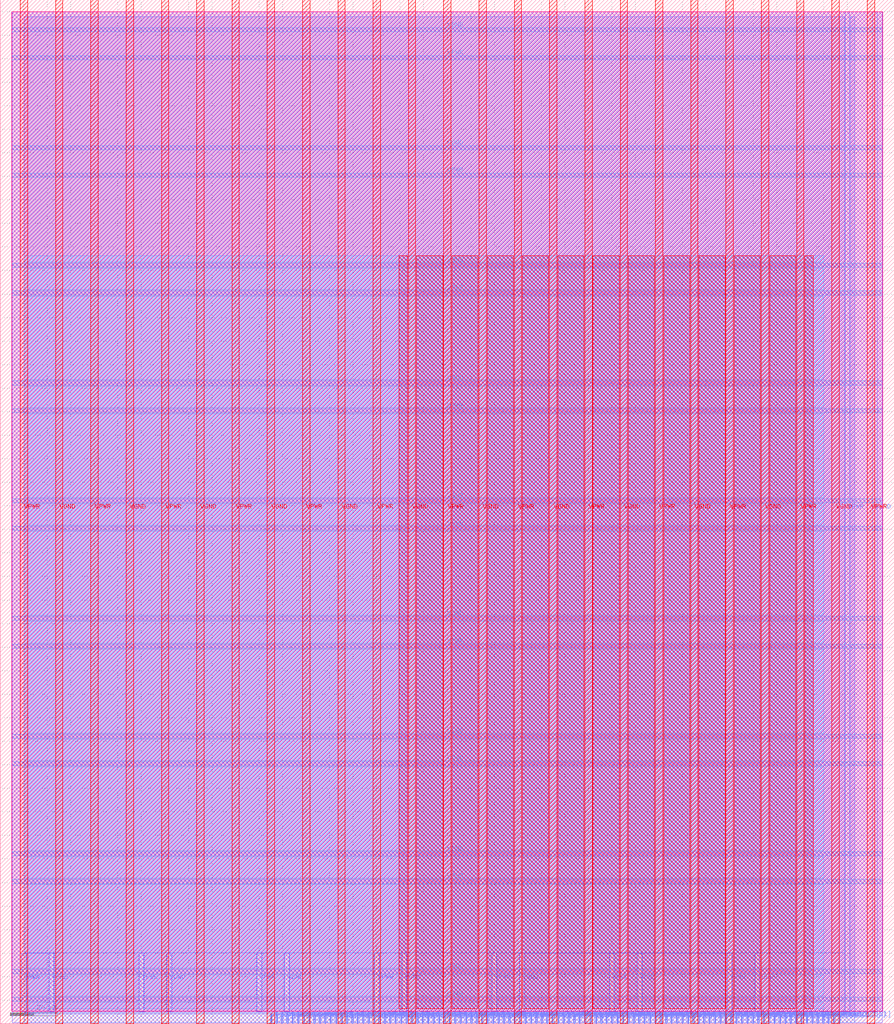
<source format=lef>
VERSION 5.7 ;
  NOWIREEXTENSIONATPIN ON ;
  DIVIDERCHAR "/" ;
  BUSBITCHARS "[]" ;
MACRO CF_SRAM_1024x32_wb_wrapper
  CLASS BLOCK ;
  FOREIGN CF_SRAM_1024x32_wb_wrapper ;
  ORIGIN 0.000 0.000 ;
  SIZE 380.000 BY 435.000 ;
  PIN VGND
    DIRECTION INOUT ;
    USE GROUND ;
    PORT
      LAYER met2 ;
        RECT 20.940 5.200 22.700 29.860 ;
    END
    PORT
      LAYER met2 ;
        RECT 70.940 5.200 72.700 29.860 ;
    END
    PORT
      LAYER met2 ;
        RECT 120.940 5.200 122.700 29.860 ;
    END
    PORT
      LAYER met2 ;
        RECT 170.940 5.200 172.700 29.860 ;
    END
    PORT
      LAYER met2 ;
        RECT 220.940 5.200 222.700 29.860 ;
    END
    PORT
      LAYER met2 ;
        RECT 270.940 5.200 272.700 29.720 ;
    END
    PORT
      LAYER met2 ;
        RECT 320.940 5.200 322.700 29.860 ;
    END
    PORT
      LAYER met2 ;
        RECT 370.940 5.200 372.700 430.000 ;
    END
    PORT
      LAYER met3 ;
        RECT 4.820 21.320 375.140 23.080 ;
    END
    PORT
      LAYER met3 ;
        RECT 4.820 71.320 375.140 73.080 ;
    END
    PORT
      LAYER met3 ;
        RECT 4.820 121.320 375.140 123.080 ;
    END
    PORT
      LAYER met3 ;
        RECT 4.820 171.320 375.140 173.080 ;
    END
    PORT
      LAYER met3 ;
        RECT 4.820 221.320 375.140 223.080 ;
    END
    PORT
      LAYER met3 ;
        RECT 4.820 271.320 375.140 273.080 ;
    END
    PORT
      LAYER met3 ;
        RECT 4.820 321.320 375.140 323.080 ;
    END
    PORT
      LAYER met3 ;
        RECT 4.820 371.320 375.140 373.080 ;
    END
    PORT
      LAYER met3 ;
        RECT 4.820 421.320 375.140 423.080 ;
    END
    PORT
      LAYER met4 ;
        RECT 23.510 0.000 26.610 435.000 ;
    END
    PORT
      LAYER met4 ;
        RECT 53.510 0.000 56.610 435.000 ;
    END
    PORT
      LAYER met4 ;
        RECT 83.510 0.000 86.610 435.000 ;
    END
    PORT
      LAYER met4 ;
        RECT 113.510 0.000 116.610 435.000 ;
    END
    PORT
      LAYER met4 ;
        RECT 143.510 0.000 146.610 435.000 ;
    END
    PORT
      LAYER met4 ;
        RECT 173.510 0.000 176.610 435.000 ;
    END
    PORT
      LAYER met4 ;
        RECT 203.510 0.000 206.610 435.000 ;
    END
    PORT
      LAYER met4 ;
        RECT 233.510 0.000 236.610 435.000 ;
    END
    PORT
      LAYER met4 ;
        RECT 263.510 0.000 266.610 435.000 ;
    END
    PORT
      LAYER met4 ;
        RECT 293.510 0.000 296.610 435.000 ;
    END
    PORT
      LAYER met4 ;
        RECT 323.510 0.000 326.610 435.000 ;
    END
    PORT
      LAYER met4 ;
        RECT 353.510 0.000 356.610 435.000 ;
    END
  END VGND
  PIN VPWR
    DIRECTION INOUT ;
    USE POWER ;
    PORT
      LAYER met2 ;
        RECT 9.180 5.200 10.940 29.720 ;
    END
    PORT
      LAYER met2 ;
        RECT 59.180 5.200 60.940 29.860 ;
    END
    PORT
      LAYER met2 ;
        RECT 109.180 5.200 110.940 29.860 ;
    END
    PORT
      LAYER met2 ;
        RECT 159.180 5.200 160.940 29.860 ;
    END
    PORT
      LAYER met2 ;
        RECT 209.180 5.200 210.940 29.860 ;
    END
    PORT
      LAYER met2 ;
        RECT 259.180 5.200 260.940 29.720 ;
    END
    PORT
      LAYER met2 ;
        RECT 309.180 5.200 310.940 29.860 ;
    END
    PORT
      LAYER met2 ;
        RECT 359.180 5.200 360.940 430.000 ;
    END
    PORT
      LAYER met3 ;
        RECT 4.820 9.560 375.140 11.320 ;
    END
    PORT
      LAYER met3 ;
        RECT 4.820 59.560 375.140 61.320 ;
    END
    PORT
      LAYER met3 ;
        RECT 4.820 109.560 375.140 111.320 ;
    END
    PORT
      LAYER met3 ;
        RECT 4.820 159.560 375.140 161.320 ;
    END
    PORT
      LAYER met3 ;
        RECT 4.820 209.560 375.140 211.320 ;
    END
    PORT
      LAYER met3 ;
        RECT 4.820 259.560 375.140 261.320 ;
    END
    PORT
      LAYER met3 ;
        RECT 4.820 309.560 375.140 311.320 ;
    END
    PORT
      LAYER met3 ;
        RECT 4.820 359.560 375.140 361.320 ;
    END
    PORT
      LAYER met3 ;
        RECT 4.820 409.560 375.140 411.320 ;
    END
    PORT
      LAYER met4 ;
        RECT 8.510 0.000 11.610 435.000 ;
    END
    PORT
      LAYER met4 ;
        RECT 38.510 0.000 41.610 435.000 ;
    END
    PORT
      LAYER met4 ;
        RECT 68.510 0.000 71.610 435.000 ;
    END
    PORT
      LAYER met4 ;
        RECT 98.510 0.000 101.610 435.000 ;
    END
    PORT
      LAYER met4 ;
        RECT 128.510 0.000 131.610 435.000 ;
    END
    PORT
      LAYER met4 ;
        RECT 158.510 0.000 161.610 435.000 ;
    END
    PORT
      LAYER met4 ;
        RECT 188.510 0.000 191.610 435.000 ;
    END
    PORT
      LAYER met4 ;
        RECT 218.510 0.000 221.610 435.000 ;
    END
    PORT
      LAYER met4 ;
        RECT 248.510 0.000 251.610 435.000 ;
    END
    PORT
      LAYER met4 ;
        RECT 278.510 0.000 281.610 435.000 ;
    END
    PORT
      LAYER met4 ;
        RECT 308.510 0.000 311.610 435.000 ;
    END
    PORT
      LAYER met4 ;
        RECT 338.510 0.000 341.610 435.000 ;
    END
    PORT
      LAYER met4 ;
        RECT 368.510 0.000 371.610 435.000 ;
    END
  END VPWR
  PIN wb_clk_i
    DIRECTION INPUT ;
    USE SIGNAL ;
    ANTENNAGATEAREA 0.852000 ;
    PORT
      LAYER met2 ;
        RECT 115.090 0.000 115.370 4.000 ;
    END
  END wb_clk_i
  PIN wb_rst_i
    DIRECTION INPUT ;
    USE SIGNAL ;
    ANTENNAGATEAREA 0.196500 ;
    PORT
      LAYER met2 ;
        RECT 117.390 0.000 117.670 4.000 ;
    END
  END wb_rst_i
  PIN wbs_ack_o
    DIRECTION OUTPUT ;
    USE SIGNAL ;
    ANTENNADIFFAREA 2.673000 ;
    PORT
      LAYER met2 ;
        RECT 119.690 0.000 119.970 4.000 ;
    END
  END wbs_ack_o
  PIN wbs_adr_i[0]
    DIRECTION INPUT ;
    USE SIGNAL ;
    PORT
      LAYER met2 ;
        RECT 128.890 0.000 129.170 4.000 ;
    END
  END wbs_adr_i[0]
  PIN wbs_adr_i[10]
    DIRECTION INPUT ;
    USE SIGNAL ;
    ANTENNAGATEAREA 0.126000 ;
    PORT
      LAYER met2 ;
        RECT 207.090 0.000 207.370 4.000 ;
    END
  END wbs_adr_i[10]
  PIN wbs_adr_i[11]
    DIRECTION INPUT ;
    USE SIGNAL ;
    ANTENNAGATEAREA 0.126000 ;
    PORT
      LAYER met2 ;
        RECT 213.990 0.000 214.270 4.000 ;
    END
  END wbs_adr_i[11]
  PIN wbs_adr_i[12]
    DIRECTION INPUT ;
    USE SIGNAL ;
    PORT
      LAYER met2 ;
        RECT 220.890 0.000 221.170 4.000 ;
    END
  END wbs_adr_i[12]
  PIN wbs_adr_i[13]
    DIRECTION INPUT ;
    USE SIGNAL ;
    PORT
      LAYER met2 ;
        RECT 227.790 0.000 228.070 4.000 ;
    END
  END wbs_adr_i[13]
  PIN wbs_adr_i[14]
    DIRECTION INPUT ;
    USE SIGNAL ;
    PORT
      LAYER met2 ;
        RECT 234.690 0.000 234.970 4.000 ;
    END
  END wbs_adr_i[14]
  PIN wbs_adr_i[15]
    DIRECTION INPUT ;
    USE SIGNAL ;
    PORT
      LAYER met2 ;
        RECT 241.590 0.000 241.870 4.000 ;
    END
  END wbs_adr_i[15]
  PIN wbs_adr_i[16]
    DIRECTION INPUT ;
    USE SIGNAL ;
    PORT
      LAYER met2 ;
        RECT 248.490 0.000 248.770 4.000 ;
    END
  END wbs_adr_i[16]
  PIN wbs_adr_i[17]
    DIRECTION INPUT ;
    USE SIGNAL ;
    PORT
      LAYER met2 ;
        RECT 255.390 0.000 255.670 4.000 ;
    END
  END wbs_adr_i[17]
  PIN wbs_adr_i[18]
    DIRECTION INPUT ;
    USE SIGNAL ;
    PORT
      LAYER met2 ;
        RECT 262.290 0.000 262.570 4.000 ;
    END
  END wbs_adr_i[18]
  PIN wbs_adr_i[19]
    DIRECTION INPUT ;
    USE SIGNAL ;
    PORT
      LAYER met2 ;
        RECT 269.190 0.000 269.470 4.000 ;
    END
  END wbs_adr_i[19]
  PIN wbs_adr_i[1]
    DIRECTION INPUT ;
    USE SIGNAL ;
    PORT
      LAYER met2 ;
        RECT 138.090 0.000 138.370 4.000 ;
    END
  END wbs_adr_i[1]
  PIN wbs_adr_i[20]
    DIRECTION INPUT ;
    USE SIGNAL ;
    PORT
      LAYER met2 ;
        RECT 276.090 0.000 276.370 4.000 ;
    END
  END wbs_adr_i[20]
  PIN wbs_adr_i[21]
    DIRECTION INPUT ;
    USE SIGNAL ;
    PORT
      LAYER met2 ;
        RECT 282.990 0.000 283.270 4.000 ;
    END
  END wbs_adr_i[21]
  PIN wbs_adr_i[22]
    DIRECTION INPUT ;
    USE SIGNAL ;
    PORT
      LAYER met2 ;
        RECT 289.890 0.000 290.170 4.000 ;
    END
  END wbs_adr_i[22]
  PIN wbs_adr_i[23]
    DIRECTION INPUT ;
    USE SIGNAL ;
    PORT
      LAYER met2 ;
        RECT 296.790 0.000 297.070 4.000 ;
    END
  END wbs_adr_i[23]
  PIN wbs_adr_i[24]
    DIRECTION INPUT ;
    USE SIGNAL ;
    PORT
      LAYER met2 ;
        RECT 303.690 0.000 303.970 4.000 ;
    END
  END wbs_adr_i[24]
  PIN wbs_adr_i[25]
    DIRECTION INPUT ;
    USE SIGNAL ;
    PORT
      LAYER met2 ;
        RECT 310.590 0.000 310.870 4.000 ;
    END
  END wbs_adr_i[25]
  PIN wbs_adr_i[26]
    DIRECTION INPUT ;
    USE SIGNAL ;
    PORT
      LAYER met2 ;
        RECT 317.490 0.000 317.770 4.000 ;
    END
  END wbs_adr_i[26]
  PIN wbs_adr_i[27]
    DIRECTION INPUT ;
    USE SIGNAL ;
    PORT
      LAYER met2 ;
        RECT 324.390 0.000 324.670 4.000 ;
    END
  END wbs_adr_i[27]
  PIN wbs_adr_i[28]
    DIRECTION INPUT ;
    USE SIGNAL ;
    PORT
      LAYER met2 ;
        RECT 331.290 0.000 331.570 4.000 ;
    END
  END wbs_adr_i[28]
  PIN wbs_adr_i[29]
    DIRECTION INPUT ;
    USE SIGNAL ;
    PORT
      LAYER met2 ;
        RECT 338.190 0.000 338.470 4.000 ;
    END
  END wbs_adr_i[29]
  PIN wbs_adr_i[2]
    DIRECTION INPUT ;
    USE SIGNAL ;
    ANTENNAGATEAREA 0.126000 ;
    PORT
      LAYER met2 ;
        RECT 147.290 0.000 147.570 4.000 ;
    END
  END wbs_adr_i[2]
  PIN wbs_adr_i[30]
    DIRECTION INPUT ;
    USE SIGNAL ;
    PORT
      LAYER met2 ;
        RECT 345.090 0.000 345.370 4.000 ;
    END
  END wbs_adr_i[30]
  PIN wbs_adr_i[31]
    DIRECTION INPUT ;
    USE SIGNAL ;
    PORT
      LAYER met2 ;
        RECT 351.990 0.000 352.270 4.000 ;
    END
  END wbs_adr_i[31]
  PIN wbs_adr_i[3]
    DIRECTION INPUT ;
    USE SIGNAL ;
    ANTENNAGATEAREA 0.126000 ;
    PORT
      LAYER met2 ;
        RECT 156.490 0.000 156.770 4.000 ;
    END
  END wbs_adr_i[3]
  PIN wbs_adr_i[4]
    DIRECTION INPUT ;
    USE SIGNAL ;
    ANTENNAGATEAREA 0.126000 ;
    PORT
      LAYER met2 ;
        RECT 165.690 0.000 165.970 4.000 ;
    END
  END wbs_adr_i[4]
  PIN wbs_adr_i[5]
    DIRECTION INPUT ;
    USE SIGNAL ;
    ANTENNAGATEAREA 0.126000 ;
    PORT
      LAYER met2 ;
        RECT 172.590 0.000 172.870 4.000 ;
    END
  END wbs_adr_i[5]
  PIN wbs_adr_i[6]
    DIRECTION INPUT ;
    USE SIGNAL ;
    ANTENNAGATEAREA 0.126000 ;
    PORT
      LAYER met2 ;
        RECT 179.490 0.000 179.770 4.000 ;
    END
  END wbs_adr_i[6]
  PIN wbs_adr_i[7]
    DIRECTION INPUT ;
    USE SIGNAL ;
    ANTENNAGATEAREA 0.126000 ;
    PORT
      LAYER met2 ;
        RECT 186.390 0.000 186.670 4.000 ;
    END
  END wbs_adr_i[7]
  PIN wbs_adr_i[8]
    DIRECTION INPUT ;
    USE SIGNAL ;
    ANTENNAGATEAREA 0.126000 ;
    PORT
      LAYER met2 ;
        RECT 193.290 0.000 193.570 4.000 ;
    END
  END wbs_adr_i[8]
  PIN wbs_adr_i[9]
    DIRECTION INPUT ;
    USE SIGNAL ;
    ANTENNAGATEAREA 0.126000 ;
    PORT
      LAYER met2 ;
        RECT 200.190 0.000 200.470 4.000 ;
    END
  END wbs_adr_i[9]
  PIN wbs_cyc_i
    DIRECTION INPUT ;
    USE SIGNAL ;
    ANTENNAGATEAREA 0.159000 ;
    PORT
      LAYER met2 ;
        RECT 121.990 0.000 122.270 4.000 ;
    END
  END wbs_cyc_i
  PIN wbs_dat_i[0]
    DIRECTION INPUT ;
    USE SIGNAL ;
    ANTENNAGATEAREA 0.126000 ;
    PORT
      LAYER met2 ;
        RECT 131.190 0.000 131.470 4.000 ;
    END
  END wbs_dat_i[0]
  PIN wbs_dat_i[10]
    DIRECTION INPUT ;
    USE SIGNAL ;
    ANTENNAGATEAREA 0.126000 ;
    PORT
      LAYER met2 ;
        RECT 209.390 0.000 209.670 4.000 ;
    END
  END wbs_dat_i[10]
  PIN wbs_dat_i[11]
    DIRECTION INPUT ;
    USE SIGNAL ;
    ANTENNAGATEAREA 0.126000 ;
    PORT
      LAYER met2 ;
        RECT 216.290 0.000 216.570 4.000 ;
    END
  END wbs_dat_i[11]
  PIN wbs_dat_i[12]
    DIRECTION INPUT ;
    USE SIGNAL ;
    ANTENNAGATEAREA 0.126000 ;
    PORT
      LAYER met2 ;
        RECT 223.190 0.000 223.470 4.000 ;
    END
  END wbs_dat_i[12]
  PIN wbs_dat_i[13]
    DIRECTION INPUT ;
    USE SIGNAL ;
    ANTENNAGATEAREA 0.126000 ;
    PORT
      LAYER met2 ;
        RECT 230.090 0.000 230.370 4.000 ;
    END
  END wbs_dat_i[13]
  PIN wbs_dat_i[14]
    DIRECTION INPUT ;
    USE SIGNAL ;
    ANTENNAGATEAREA 0.126000 ;
    PORT
      LAYER met2 ;
        RECT 236.990 0.000 237.270 4.000 ;
    END
  END wbs_dat_i[14]
  PIN wbs_dat_i[15]
    DIRECTION INPUT ;
    USE SIGNAL ;
    ANTENNAGATEAREA 0.126000 ;
    PORT
      LAYER met2 ;
        RECT 243.890 0.000 244.170 4.000 ;
    END
  END wbs_dat_i[15]
  PIN wbs_dat_i[16]
    DIRECTION INPUT ;
    USE SIGNAL ;
    ANTENNAGATEAREA 0.126000 ;
    PORT
      LAYER met2 ;
        RECT 250.790 0.000 251.070 4.000 ;
    END
  END wbs_dat_i[16]
  PIN wbs_dat_i[17]
    DIRECTION INPUT ;
    USE SIGNAL ;
    ANTENNAGATEAREA 0.126000 ;
    PORT
      LAYER met2 ;
        RECT 257.690 0.000 257.970 4.000 ;
    END
  END wbs_dat_i[17]
  PIN wbs_dat_i[18]
    DIRECTION INPUT ;
    USE SIGNAL ;
    ANTENNAGATEAREA 0.126000 ;
    PORT
      LAYER met2 ;
        RECT 264.590 0.000 264.870 4.000 ;
    END
  END wbs_dat_i[18]
  PIN wbs_dat_i[19]
    DIRECTION INPUT ;
    USE SIGNAL ;
    ANTENNAGATEAREA 0.126000 ;
    PORT
      LAYER met2 ;
        RECT 271.490 0.000 271.770 4.000 ;
    END
  END wbs_dat_i[19]
  PIN wbs_dat_i[1]
    DIRECTION INPUT ;
    USE SIGNAL ;
    ANTENNAGATEAREA 0.126000 ;
    PORT
      LAYER met2 ;
        RECT 140.390 0.000 140.670 4.000 ;
    END
  END wbs_dat_i[1]
  PIN wbs_dat_i[20]
    DIRECTION INPUT ;
    USE SIGNAL ;
    ANTENNAGATEAREA 0.126000 ;
    PORT
      LAYER met2 ;
        RECT 278.390 0.000 278.670 4.000 ;
    END
  END wbs_dat_i[20]
  PIN wbs_dat_i[21]
    DIRECTION INPUT ;
    USE SIGNAL ;
    ANTENNAGATEAREA 0.126000 ;
    PORT
      LAYER met2 ;
        RECT 285.290 0.000 285.570 4.000 ;
    END
  END wbs_dat_i[21]
  PIN wbs_dat_i[22]
    DIRECTION INPUT ;
    USE SIGNAL ;
    ANTENNAGATEAREA 0.126000 ;
    PORT
      LAYER met2 ;
        RECT 292.190 0.000 292.470 4.000 ;
    END
  END wbs_dat_i[22]
  PIN wbs_dat_i[23]
    DIRECTION INPUT ;
    USE SIGNAL ;
    ANTENNAGATEAREA 0.126000 ;
    PORT
      LAYER met2 ;
        RECT 299.090 0.000 299.370 4.000 ;
    END
  END wbs_dat_i[23]
  PIN wbs_dat_i[24]
    DIRECTION INPUT ;
    USE SIGNAL ;
    ANTENNAGATEAREA 0.126000 ;
    PORT
      LAYER met2 ;
        RECT 305.990 0.000 306.270 4.000 ;
    END
  END wbs_dat_i[24]
  PIN wbs_dat_i[25]
    DIRECTION INPUT ;
    USE SIGNAL ;
    ANTENNAGATEAREA 0.126000 ;
    PORT
      LAYER met2 ;
        RECT 312.890 0.000 313.170 4.000 ;
    END
  END wbs_dat_i[25]
  PIN wbs_dat_i[26]
    DIRECTION INPUT ;
    USE SIGNAL ;
    ANTENNAGATEAREA 0.126000 ;
    PORT
      LAYER met2 ;
        RECT 319.790 0.000 320.070 4.000 ;
    END
  END wbs_dat_i[26]
  PIN wbs_dat_i[27]
    DIRECTION INPUT ;
    USE SIGNAL ;
    ANTENNAGATEAREA 0.126000 ;
    PORT
      LAYER met2 ;
        RECT 326.690 0.000 326.970 4.000 ;
    END
  END wbs_dat_i[27]
  PIN wbs_dat_i[28]
    DIRECTION INPUT ;
    USE SIGNAL ;
    ANTENNAGATEAREA 0.126000 ;
    PORT
      LAYER met2 ;
        RECT 333.590 0.000 333.870 4.000 ;
    END
  END wbs_dat_i[28]
  PIN wbs_dat_i[29]
    DIRECTION INPUT ;
    USE SIGNAL ;
    ANTENNAGATEAREA 0.126000 ;
    PORT
      LAYER met2 ;
        RECT 340.490 0.000 340.770 4.000 ;
    END
  END wbs_dat_i[29]
  PIN wbs_dat_i[2]
    DIRECTION INPUT ;
    USE SIGNAL ;
    ANTENNAGATEAREA 0.126000 ;
    PORT
      LAYER met2 ;
        RECT 149.590 0.000 149.870 4.000 ;
    END
  END wbs_dat_i[2]
  PIN wbs_dat_i[30]
    DIRECTION INPUT ;
    USE SIGNAL ;
    ANTENNAGATEAREA 0.126000 ;
    PORT
      LAYER met2 ;
        RECT 347.390 0.000 347.670 4.000 ;
    END
  END wbs_dat_i[30]
  PIN wbs_dat_i[31]
    DIRECTION INPUT ;
    USE SIGNAL ;
    ANTENNAGATEAREA 0.126000 ;
    PORT
      LAYER met2 ;
        RECT 354.290 0.000 354.570 4.000 ;
    END
  END wbs_dat_i[31]
  PIN wbs_dat_i[3]
    DIRECTION INPUT ;
    USE SIGNAL ;
    ANTENNAGATEAREA 0.126000 ;
    PORT
      LAYER met2 ;
        RECT 158.790 0.000 159.070 4.000 ;
    END
  END wbs_dat_i[3]
  PIN wbs_dat_i[4]
    DIRECTION INPUT ;
    USE SIGNAL ;
    ANTENNAGATEAREA 0.126000 ;
    PORT
      LAYER met2 ;
        RECT 167.990 0.000 168.270 4.000 ;
    END
  END wbs_dat_i[4]
  PIN wbs_dat_i[5]
    DIRECTION INPUT ;
    USE SIGNAL ;
    ANTENNAGATEAREA 0.126000 ;
    PORT
      LAYER met2 ;
        RECT 174.890 0.000 175.170 4.000 ;
    END
  END wbs_dat_i[5]
  PIN wbs_dat_i[6]
    DIRECTION INPUT ;
    USE SIGNAL ;
    ANTENNAGATEAREA 0.126000 ;
    PORT
      LAYER met2 ;
        RECT 181.790 0.000 182.070 4.000 ;
    END
  END wbs_dat_i[6]
  PIN wbs_dat_i[7]
    DIRECTION INPUT ;
    USE SIGNAL ;
    ANTENNAGATEAREA 0.126000 ;
    PORT
      LAYER met2 ;
        RECT 188.690 0.000 188.970 4.000 ;
    END
  END wbs_dat_i[7]
  PIN wbs_dat_i[8]
    DIRECTION INPUT ;
    USE SIGNAL ;
    ANTENNAGATEAREA 0.126000 ;
    PORT
      LAYER met2 ;
        RECT 195.590 0.000 195.870 4.000 ;
    END
  END wbs_dat_i[8]
  PIN wbs_dat_i[9]
    DIRECTION INPUT ;
    USE SIGNAL ;
    ANTENNAGATEAREA 0.126000 ;
    PORT
      LAYER met2 ;
        RECT 202.490 0.000 202.770 4.000 ;
    END
  END wbs_dat_i[9]
  PIN wbs_dat_o[0]
    DIRECTION OUTPUT ;
    USE SIGNAL ;
    ANTENNADIFFAREA 2.673000 ;
    PORT
      LAYER met2 ;
        RECT 133.490 0.000 133.770 4.000 ;
    END
  END wbs_dat_o[0]
  PIN wbs_dat_o[10]
    DIRECTION OUTPUT ;
    USE SIGNAL ;
    ANTENNADIFFAREA 2.673000 ;
    PORT
      LAYER met2 ;
        RECT 211.690 0.000 211.970 4.000 ;
    END
  END wbs_dat_o[10]
  PIN wbs_dat_o[11]
    DIRECTION OUTPUT ;
    USE SIGNAL ;
    ANTENNADIFFAREA 2.673000 ;
    PORT
      LAYER met2 ;
        RECT 218.590 0.000 218.870 4.000 ;
    END
  END wbs_dat_o[11]
  PIN wbs_dat_o[12]
    DIRECTION OUTPUT ;
    USE SIGNAL ;
    ANTENNADIFFAREA 2.673000 ;
    PORT
      LAYER met2 ;
        RECT 225.490 0.000 225.770 4.000 ;
    END
  END wbs_dat_o[12]
  PIN wbs_dat_o[13]
    DIRECTION OUTPUT ;
    USE SIGNAL ;
    ANTENNADIFFAREA 2.673000 ;
    PORT
      LAYER met2 ;
        RECT 232.390 0.000 232.670 4.000 ;
    END
  END wbs_dat_o[13]
  PIN wbs_dat_o[14]
    DIRECTION OUTPUT ;
    USE SIGNAL ;
    ANTENNADIFFAREA 2.673000 ;
    PORT
      LAYER met2 ;
        RECT 239.290 0.000 239.570 4.000 ;
    END
  END wbs_dat_o[14]
  PIN wbs_dat_o[15]
    DIRECTION OUTPUT ;
    USE SIGNAL ;
    ANTENNADIFFAREA 2.673000 ;
    PORT
      LAYER met2 ;
        RECT 246.190 0.000 246.470 4.000 ;
    END
  END wbs_dat_o[15]
  PIN wbs_dat_o[16]
    DIRECTION OUTPUT ;
    USE SIGNAL ;
    ANTENNADIFFAREA 2.673000 ;
    PORT
      LAYER met2 ;
        RECT 253.090 0.000 253.370 4.000 ;
    END
  END wbs_dat_o[16]
  PIN wbs_dat_o[17]
    DIRECTION OUTPUT ;
    USE SIGNAL ;
    ANTENNADIFFAREA 2.673000 ;
    PORT
      LAYER met2 ;
        RECT 259.990 0.000 260.270 4.000 ;
    END
  END wbs_dat_o[17]
  PIN wbs_dat_o[18]
    DIRECTION OUTPUT ;
    USE SIGNAL ;
    ANTENNADIFFAREA 2.673000 ;
    PORT
      LAYER met2 ;
        RECT 266.890 0.000 267.170 4.000 ;
    END
  END wbs_dat_o[18]
  PIN wbs_dat_o[19]
    DIRECTION OUTPUT ;
    USE SIGNAL ;
    ANTENNADIFFAREA 2.673000 ;
    PORT
      LAYER met2 ;
        RECT 273.790 0.000 274.070 4.000 ;
    END
  END wbs_dat_o[19]
  PIN wbs_dat_o[1]
    DIRECTION OUTPUT ;
    USE SIGNAL ;
    ANTENNADIFFAREA 2.673000 ;
    PORT
      LAYER met2 ;
        RECT 142.690 0.000 142.970 4.000 ;
    END
  END wbs_dat_o[1]
  PIN wbs_dat_o[20]
    DIRECTION OUTPUT ;
    USE SIGNAL ;
    ANTENNADIFFAREA 2.673000 ;
    PORT
      LAYER met2 ;
        RECT 280.690 0.000 280.970 4.000 ;
    END
  END wbs_dat_o[20]
  PIN wbs_dat_o[21]
    DIRECTION OUTPUT ;
    USE SIGNAL ;
    ANTENNADIFFAREA 2.673000 ;
    PORT
      LAYER met2 ;
        RECT 287.590 0.000 287.870 4.000 ;
    END
  END wbs_dat_o[21]
  PIN wbs_dat_o[22]
    DIRECTION OUTPUT ;
    USE SIGNAL ;
    ANTENNADIFFAREA 2.673000 ;
    PORT
      LAYER met2 ;
        RECT 294.490 0.000 294.770 4.000 ;
    END
  END wbs_dat_o[22]
  PIN wbs_dat_o[23]
    DIRECTION OUTPUT ;
    USE SIGNAL ;
    ANTENNADIFFAREA 2.673000 ;
    PORT
      LAYER met2 ;
        RECT 301.390 0.000 301.670 4.000 ;
    END
  END wbs_dat_o[23]
  PIN wbs_dat_o[24]
    DIRECTION OUTPUT ;
    USE SIGNAL ;
    ANTENNADIFFAREA 2.673000 ;
    PORT
      LAYER met2 ;
        RECT 308.290 0.000 308.570 4.000 ;
    END
  END wbs_dat_o[24]
  PIN wbs_dat_o[25]
    DIRECTION OUTPUT ;
    USE SIGNAL ;
    ANTENNADIFFAREA 2.673000 ;
    PORT
      LAYER met2 ;
        RECT 315.190 0.000 315.470 4.000 ;
    END
  END wbs_dat_o[25]
  PIN wbs_dat_o[26]
    DIRECTION OUTPUT ;
    USE SIGNAL ;
    ANTENNADIFFAREA 2.673000 ;
    PORT
      LAYER met2 ;
        RECT 322.090 0.000 322.370 4.000 ;
    END
  END wbs_dat_o[26]
  PIN wbs_dat_o[27]
    DIRECTION OUTPUT ;
    USE SIGNAL ;
    ANTENNADIFFAREA 2.673000 ;
    PORT
      LAYER met2 ;
        RECT 328.990 0.000 329.270 4.000 ;
    END
  END wbs_dat_o[27]
  PIN wbs_dat_o[28]
    DIRECTION OUTPUT ;
    USE SIGNAL ;
    ANTENNADIFFAREA 2.673000 ;
    PORT
      LAYER met2 ;
        RECT 335.890 0.000 336.170 4.000 ;
    END
  END wbs_dat_o[28]
  PIN wbs_dat_o[29]
    DIRECTION OUTPUT ;
    USE SIGNAL ;
    ANTENNADIFFAREA 2.673000 ;
    PORT
      LAYER met2 ;
        RECT 342.790 0.000 343.070 4.000 ;
    END
  END wbs_dat_o[29]
  PIN wbs_dat_o[2]
    DIRECTION OUTPUT ;
    USE SIGNAL ;
    ANTENNADIFFAREA 2.673000 ;
    PORT
      LAYER met2 ;
        RECT 151.890 0.000 152.170 4.000 ;
    END
  END wbs_dat_o[2]
  PIN wbs_dat_o[30]
    DIRECTION OUTPUT ;
    USE SIGNAL ;
    ANTENNADIFFAREA 2.673000 ;
    PORT
      LAYER met2 ;
        RECT 349.690 0.000 349.970 4.000 ;
    END
  END wbs_dat_o[30]
  PIN wbs_dat_o[31]
    DIRECTION OUTPUT ;
    USE SIGNAL ;
    ANTENNADIFFAREA 2.673000 ;
    PORT
      LAYER met2 ;
        RECT 356.590 0.000 356.870 4.000 ;
    END
  END wbs_dat_o[31]
  PIN wbs_dat_o[3]
    DIRECTION OUTPUT ;
    USE SIGNAL ;
    ANTENNADIFFAREA 2.673000 ;
    PORT
      LAYER met2 ;
        RECT 161.090 0.000 161.370 4.000 ;
    END
  END wbs_dat_o[3]
  PIN wbs_dat_o[4]
    DIRECTION OUTPUT ;
    USE SIGNAL ;
    ANTENNADIFFAREA 2.673000 ;
    PORT
      LAYER met2 ;
        RECT 170.290 0.000 170.570 4.000 ;
    END
  END wbs_dat_o[4]
  PIN wbs_dat_o[5]
    DIRECTION OUTPUT ;
    USE SIGNAL ;
    ANTENNADIFFAREA 2.673000 ;
    PORT
      LAYER met2 ;
        RECT 177.190 0.000 177.470 4.000 ;
    END
  END wbs_dat_o[5]
  PIN wbs_dat_o[6]
    DIRECTION OUTPUT ;
    USE SIGNAL ;
    ANTENNADIFFAREA 2.673000 ;
    PORT
      LAYER met2 ;
        RECT 184.090 0.000 184.370 4.000 ;
    END
  END wbs_dat_o[6]
  PIN wbs_dat_o[7]
    DIRECTION OUTPUT ;
    USE SIGNAL ;
    ANTENNADIFFAREA 2.673000 ;
    PORT
      LAYER met2 ;
        RECT 190.990 0.000 191.270 4.000 ;
    END
  END wbs_dat_o[7]
  PIN wbs_dat_o[8]
    DIRECTION OUTPUT ;
    USE SIGNAL ;
    ANTENNADIFFAREA 2.673000 ;
    PORT
      LAYER met2 ;
        RECT 197.890 0.000 198.170 4.000 ;
    END
  END wbs_dat_o[8]
  PIN wbs_dat_o[9]
    DIRECTION OUTPUT ;
    USE SIGNAL ;
    ANTENNADIFFAREA 2.673000 ;
    PORT
      LAYER met2 ;
        RECT 204.790 0.000 205.070 4.000 ;
    END
  END wbs_dat_o[9]
  PIN wbs_sel_i[0]
    DIRECTION INPUT ;
    USE SIGNAL ;
    ANTENNAGATEAREA 0.126000 ;
    PORT
      LAYER met2 ;
        RECT 135.790 0.000 136.070 4.000 ;
    END
  END wbs_sel_i[0]
  PIN wbs_sel_i[1]
    DIRECTION INPUT ;
    USE SIGNAL ;
    ANTENNAGATEAREA 0.126000 ;
    PORT
      LAYER met2 ;
        RECT 144.990 0.000 145.270 4.000 ;
    END
  END wbs_sel_i[1]
  PIN wbs_sel_i[2]
    DIRECTION INPUT ;
    USE SIGNAL ;
    ANTENNAGATEAREA 0.126000 ;
    PORT
      LAYER met2 ;
        RECT 154.190 0.000 154.470 4.000 ;
    END
  END wbs_sel_i[2]
  PIN wbs_sel_i[3]
    DIRECTION INPUT ;
    USE SIGNAL ;
    ANTENNAGATEAREA 0.126000 ;
    PORT
      LAYER met2 ;
        RECT 163.390 0.000 163.670 4.000 ;
    END
  END wbs_sel_i[3]
  PIN wbs_stb_i
    DIRECTION INPUT ;
    USE SIGNAL ;
    ANTENNAGATEAREA 0.159000 ;
    PORT
      LAYER met2 ;
        RECT 124.290 0.000 124.570 4.000 ;
    END
  END wbs_stb_i
  PIN wbs_we_i
    DIRECTION INPUT ;
    USE SIGNAL ;
    ANTENNAGATEAREA 0.159000 ;
    PORT
      LAYER met2 ;
        RECT 126.590 0.000 126.870 4.000 ;
    END
  END wbs_we_i
  OBS
      LAYER nwell ;
        RECT 4.870 5.320 375.090 429.845 ;
      LAYER li1 ;
        RECT 5.060 5.355 374.900 429.845 ;
      LAYER met1 ;
        RECT 5.060 0.380 374.900 430.000 ;
      LAYER met2 ;
        RECT 10.130 30.140 358.900 427.870 ;
        RECT 10.130 30.000 20.660 30.140 ;
        RECT 11.220 4.920 20.660 30.000 ;
        RECT 22.980 4.920 58.900 30.140 ;
        RECT 61.220 4.920 70.660 30.140 ;
        RECT 72.980 4.920 108.900 30.140 ;
        RECT 111.220 4.920 120.660 30.140 ;
        RECT 122.980 4.920 158.900 30.140 ;
        RECT 161.220 4.920 170.660 30.140 ;
        RECT 172.980 4.920 208.900 30.140 ;
        RECT 211.220 4.920 220.660 30.140 ;
        RECT 222.980 30.000 308.900 30.140 ;
        RECT 222.980 4.920 258.900 30.000 ;
        RECT 261.220 4.920 270.660 30.000 ;
        RECT 272.980 4.920 308.900 30.000 ;
        RECT 311.220 4.920 320.660 30.140 ;
        RECT 322.980 4.920 358.900 30.140 ;
        RECT 361.220 4.920 363.300 427.870 ;
        RECT 10.130 4.280 363.300 4.920 ;
        RECT 10.130 0.350 114.810 4.280 ;
        RECT 115.650 0.350 117.110 4.280 ;
        RECT 117.950 0.350 119.410 4.280 ;
        RECT 120.250 0.350 121.710 4.280 ;
        RECT 122.550 0.350 124.010 4.280 ;
        RECT 124.850 0.350 126.310 4.280 ;
        RECT 127.150 0.350 128.610 4.280 ;
        RECT 129.450 0.350 130.910 4.280 ;
        RECT 131.750 0.350 133.210 4.280 ;
        RECT 134.050 0.350 135.510 4.280 ;
        RECT 136.350 0.350 137.810 4.280 ;
        RECT 138.650 0.350 140.110 4.280 ;
        RECT 140.950 0.350 142.410 4.280 ;
        RECT 143.250 0.350 144.710 4.280 ;
        RECT 145.550 0.350 147.010 4.280 ;
        RECT 147.850 0.350 149.310 4.280 ;
        RECT 150.150 0.350 151.610 4.280 ;
        RECT 152.450 0.350 153.910 4.280 ;
        RECT 154.750 0.350 156.210 4.280 ;
        RECT 157.050 0.350 158.510 4.280 ;
        RECT 159.350 0.350 160.810 4.280 ;
        RECT 161.650 0.350 163.110 4.280 ;
        RECT 163.950 0.350 165.410 4.280 ;
        RECT 166.250 0.350 167.710 4.280 ;
        RECT 168.550 0.350 170.010 4.280 ;
        RECT 170.850 0.350 172.310 4.280 ;
        RECT 173.150 0.350 174.610 4.280 ;
        RECT 175.450 0.350 176.910 4.280 ;
        RECT 177.750 0.350 179.210 4.280 ;
        RECT 180.050 0.350 181.510 4.280 ;
        RECT 182.350 0.350 183.810 4.280 ;
        RECT 184.650 0.350 186.110 4.280 ;
        RECT 186.950 0.350 188.410 4.280 ;
        RECT 189.250 0.350 190.710 4.280 ;
        RECT 191.550 0.350 193.010 4.280 ;
        RECT 193.850 0.350 195.310 4.280 ;
        RECT 196.150 0.350 197.610 4.280 ;
        RECT 198.450 0.350 199.910 4.280 ;
        RECT 200.750 0.350 202.210 4.280 ;
        RECT 203.050 0.350 204.510 4.280 ;
        RECT 205.350 0.350 206.810 4.280 ;
        RECT 207.650 0.350 209.110 4.280 ;
        RECT 209.950 0.350 211.410 4.280 ;
        RECT 212.250 0.350 213.710 4.280 ;
        RECT 214.550 0.350 216.010 4.280 ;
        RECT 216.850 0.350 218.310 4.280 ;
        RECT 219.150 0.350 220.610 4.280 ;
        RECT 221.450 0.350 222.910 4.280 ;
        RECT 223.750 0.350 225.210 4.280 ;
        RECT 226.050 0.350 227.510 4.280 ;
        RECT 228.350 0.350 229.810 4.280 ;
        RECT 230.650 0.350 232.110 4.280 ;
        RECT 232.950 0.350 234.410 4.280 ;
        RECT 235.250 0.350 236.710 4.280 ;
        RECT 237.550 0.350 239.010 4.280 ;
        RECT 239.850 0.350 241.310 4.280 ;
        RECT 242.150 0.350 243.610 4.280 ;
        RECT 244.450 0.350 245.910 4.280 ;
        RECT 246.750 0.350 248.210 4.280 ;
        RECT 249.050 0.350 250.510 4.280 ;
        RECT 251.350 0.350 252.810 4.280 ;
        RECT 253.650 0.350 255.110 4.280 ;
        RECT 255.950 0.350 257.410 4.280 ;
        RECT 258.250 0.350 259.710 4.280 ;
        RECT 260.550 0.350 262.010 4.280 ;
        RECT 262.850 0.350 264.310 4.280 ;
        RECT 265.150 0.350 266.610 4.280 ;
        RECT 267.450 0.350 268.910 4.280 ;
        RECT 269.750 0.350 271.210 4.280 ;
        RECT 272.050 0.350 273.510 4.280 ;
        RECT 274.350 0.350 275.810 4.280 ;
        RECT 276.650 0.350 278.110 4.280 ;
        RECT 278.950 0.350 280.410 4.280 ;
        RECT 281.250 0.350 282.710 4.280 ;
        RECT 283.550 0.350 285.010 4.280 ;
        RECT 285.850 0.350 287.310 4.280 ;
        RECT 288.150 0.350 289.610 4.280 ;
        RECT 290.450 0.350 291.910 4.280 ;
        RECT 292.750 0.350 294.210 4.280 ;
        RECT 295.050 0.350 296.510 4.280 ;
        RECT 297.350 0.350 298.810 4.280 ;
        RECT 299.650 0.350 301.110 4.280 ;
        RECT 301.950 0.350 303.410 4.280 ;
        RECT 304.250 0.350 305.710 4.280 ;
        RECT 306.550 0.350 308.010 4.280 ;
        RECT 308.850 0.350 310.310 4.280 ;
        RECT 311.150 0.350 312.610 4.280 ;
        RECT 313.450 0.350 314.910 4.280 ;
        RECT 315.750 0.350 317.210 4.280 ;
        RECT 318.050 0.350 319.510 4.280 ;
        RECT 320.350 0.350 321.810 4.280 ;
        RECT 322.650 0.350 324.110 4.280 ;
        RECT 324.950 0.350 326.410 4.280 ;
        RECT 327.250 0.350 328.710 4.280 ;
        RECT 329.550 0.350 331.010 4.280 ;
        RECT 331.850 0.350 333.310 4.280 ;
        RECT 334.150 0.350 335.610 4.280 ;
        RECT 336.450 0.350 337.910 4.280 ;
        RECT 338.750 0.350 340.210 4.280 ;
        RECT 341.050 0.350 342.510 4.280 ;
        RECT 343.350 0.350 344.810 4.280 ;
        RECT 345.650 0.350 347.110 4.280 ;
        RECT 347.950 0.350 349.410 4.280 ;
        RECT 350.250 0.350 351.710 4.280 ;
        RECT 352.550 0.350 354.010 4.280 ;
        RECT 354.850 0.350 356.310 4.280 ;
        RECT 357.150 0.350 363.300 4.280 ;
      LAYER met3 ;
        RECT 10.105 323.480 349.995 326.225 ;
        RECT 10.105 311.720 349.995 320.920 ;
        RECT 10.105 273.480 349.995 309.160 ;
        RECT 10.105 261.720 349.995 270.920 ;
        RECT 10.105 223.480 349.995 259.160 ;
        RECT 10.105 211.720 349.995 220.920 ;
        RECT 10.105 173.480 349.995 209.160 ;
        RECT 10.105 161.720 349.995 170.920 ;
        RECT 10.105 123.480 349.995 159.160 ;
        RECT 10.105 111.720 349.995 120.920 ;
        RECT 10.105 73.480 349.995 109.160 ;
        RECT 10.105 61.720 349.995 70.920 ;
        RECT 10.105 23.480 349.995 59.160 ;
        RECT 10.105 11.720 349.995 20.920 ;
        RECT 10.105 6.295 349.995 9.160 ;
      LAYER met4 ;
        RECT 169.575 6.295 173.110 326.225 ;
        RECT 177.010 6.295 188.110 326.225 ;
        RECT 192.010 6.295 203.110 326.225 ;
        RECT 207.010 6.295 218.110 326.225 ;
        RECT 222.010 6.295 233.110 326.225 ;
        RECT 237.010 6.295 248.110 326.225 ;
        RECT 252.010 6.295 263.110 326.225 ;
        RECT 267.010 6.295 278.110 326.225 ;
        RECT 282.010 6.295 293.110 326.225 ;
        RECT 297.010 6.295 308.110 326.225 ;
        RECT 312.010 6.295 323.110 326.225 ;
        RECT 327.010 6.295 338.110 326.225 ;
        RECT 342.010 6.295 345.625 326.225 ;
  END
END CF_SRAM_1024x32_wb_wrapper
END LIBRARY


</source>
